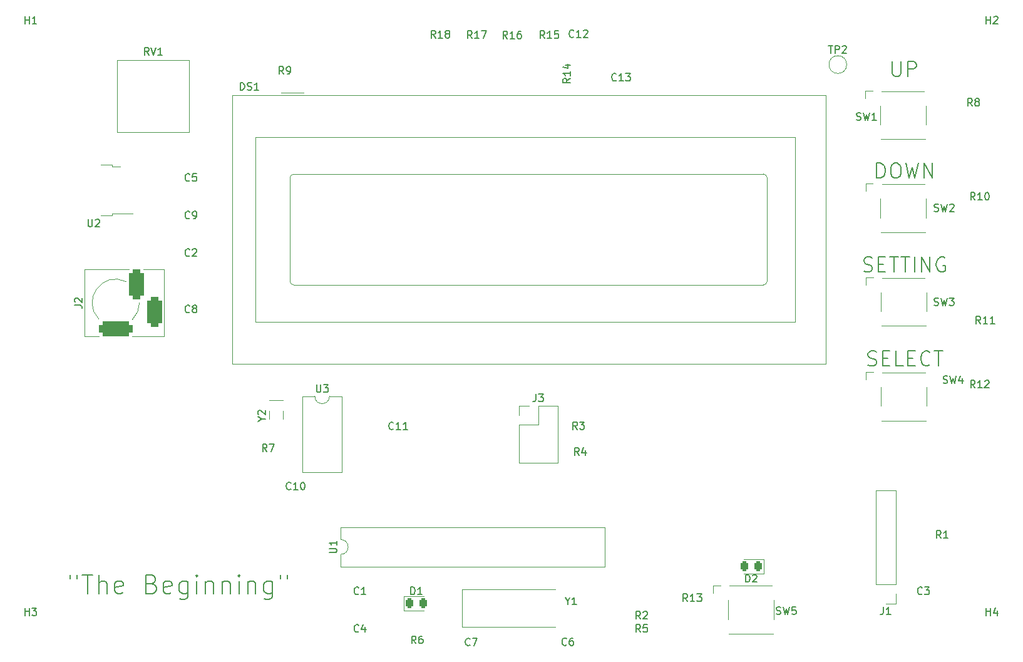
<source format=gbr>
%TF.GenerationSoftware,KiCad,Pcbnew,(6.0.5)*%
%TF.CreationDate,2022-07-21T20:49:42-04:00*%
%TF.ProjectId,Kyamaries-HPS-Clock,4b79616d-6172-4696-9573-2d4850532d43,rev?*%
%TF.SameCoordinates,PX4cdb1d4PY8a63396*%
%TF.FileFunction,Legend,Top*%
%TF.FilePolarity,Positive*%
%FSLAX46Y46*%
G04 Gerber Fmt 4.6, Leading zero omitted, Abs format (unit mm)*
G04 Created by KiCad (PCBNEW (6.0.5)) date 2022-07-21 20:49:42*
%MOMM*%
%LPD*%
G01*
G04 APERTURE LIST*
G04 Aperture macros list*
%AMRoundRect*
0 Rectangle with rounded corners*
0 $1 Rounding radius*
0 $2 $3 $4 $5 $6 $7 $8 $9 X,Y pos of 4 corners*
0 Add a 4 corners polygon primitive as box body*
4,1,4,$2,$3,$4,$5,$6,$7,$8,$9,$2,$3,0*
0 Add four circle primitives for the rounded corners*
1,1,$1+$1,$2,$3*
1,1,$1+$1,$4,$5*
1,1,$1+$1,$6,$7*
1,1,$1+$1,$8,$9*
0 Add four rect primitives between the rounded corners*
20,1,$1+$1,$2,$3,$4,$5,0*
20,1,$1+$1,$4,$5,$6,$7,0*
20,1,$1+$1,$6,$7,$8,$9,0*
20,1,$1+$1,$8,$9,$2,$3,0*%
G04 Aperture macros list end*
%ADD10C,0.150000*%
%ADD11C,0.120000*%
%ADD12C,3.200000*%
%ADD13C,1.440000*%
%ADD14R,1.150000X1.400000*%
%ADD15C,2.000000*%
%ADD16R,1.600000X1.400000*%
%ADD17C,3.000000*%
%ADD18R,1.800000X2.600000*%
%ADD19O,1.800000X2.600000*%
%ADD20R,1.700000X1.700000*%
%ADD21O,1.700000X1.700000*%
%ADD22RoundRect,0.500000X1.750000X0.500000X-1.750000X0.500000X-1.750000X-0.500000X1.750000X-0.500000X0*%
%ADD23RoundRect,0.500000X0.500000X-1.500000X0.500000X1.500000X-0.500000X1.500000X-0.500000X-1.500000X0*%
%ADD24RoundRect,0.243750X0.243750X0.456250X-0.243750X0.456250X-0.243750X-0.456250X0.243750X-0.456250X0*%
%ADD25R,1.600000X1.600000*%
%ADD26O,1.600000X1.600000*%
%ADD27R,1.400000X1.150000*%
%ADD28RoundRect,0.243750X-0.243750X-0.456250X0.243750X-0.456250X0.243750X0.456250X-0.243750X0.456250X0*%
%ADD29R,2.200000X1.200000*%
%ADD30R,6.400000X5.800000*%
%ADD31R,1.800000X1.000000*%
%ADD32R,4.500000X2.000000*%
%ADD33R,3.000000X3.000000*%
G04 APERTURE END LIST*
D10*
X117086922Y55400387D02*
X117372636Y55305149D01*
X117848827Y55305149D01*
X118039303Y55400387D01*
X118134541Y55495625D01*
X118229779Y55686101D01*
X118229779Y55876577D01*
X118134541Y56067053D01*
X118039303Y56162291D01*
X117848827Y56257530D01*
X117467874Y56352768D01*
X117277398Y56448006D01*
X117182160Y56543244D01*
X117086922Y56733720D01*
X117086922Y56924196D01*
X117182160Y57114672D01*
X117277398Y57209910D01*
X117467874Y57305149D01*
X117944065Y57305149D01*
X118229779Y57209910D01*
X119086922Y56352768D02*
X119753589Y56352768D01*
X120039303Y55305149D02*
X119086922Y55305149D01*
X119086922Y57305149D01*
X120039303Y57305149D01*
X120610732Y57305149D02*
X121753589Y57305149D01*
X121182160Y55305149D02*
X121182160Y57305149D01*
X122134541Y57305149D02*
X123277398Y57305149D01*
X122705970Y55305149D02*
X122705970Y57305149D01*
X123944065Y55305149D02*
X123944065Y57305149D01*
X124896446Y55305149D02*
X124896446Y57305149D01*
X126039303Y55305149D01*
X126039303Y57305149D01*
X128039303Y57209910D02*
X127848827Y57305149D01*
X127563112Y57305149D01*
X127277398Y57209910D01*
X127086922Y57019434D01*
X126991684Y56828958D01*
X126896446Y56448006D01*
X126896446Y56162291D01*
X126991684Y55781339D01*
X127086922Y55590863D01*
X127277398Y55400387D01*
X127563112Y55305149D01*
X127753589Y55305149D01*
X128039303Y55400387D01*
X128134541Y55495625D01*
X128134541Y56162291D01*
X127753589Y56162291D01*
X120953334Y83753960D02*
X120953334Y82134912D01*
X121048572Y81944436D01*
X121143810Y81849198D01*
X121334286Y81753960D01*
X121715239Y81753960D01*
X121905715Y81849198D01*
X122000953Y81944436D01*
X122096191Y82134912D01*
X122096191Y83753960D01*
X123048572Y81753960D02*
X123048572Y83753960D01*
X123810477Y83753960D01*
X124000953Y83658721D01*
X124096191Y83563483D01*
X124191429Y83373007D01*
X124191429Y83087293D01*
X124096191Y82896817D01*
X124000953Y82801579D01*
X123810477Y82706341D01*
X123048572Y82706341D01*
X9738022Y14327104D02*
X9738022Y13850914D01*
X10690403Y14327104D02*
X10690403Y13850914D01*
X11404688Y14327104D02*
X12833260Y14327104D01*
X12118974Y11827104D02*
X12118974Y14327104D01*
X13666593Y11827104D02*
X13666593Y14327104D01*
X14738022Y11827104D02*
X14738022Y13136628D01*
X14618974Y13374723D01*
X14380879Y13493771D01*
X14023736Y13493771D01*
X13785641Y13374723D01*
X13666593Y13255676D01*
X16880879Y11946152D02*
X16642783Y11827104D01*
X16166593Y11827104D01*
X15928498Y11946152D01*
X15809450Y12184247D01*
X15809450Y13136628D01*
X15928498Y13374723D01*
X16166593Y13493771D01*
X16642783Y13493771D01*
X16880879Y13374723D01*
X16999926Y13136628D01*
X16999926Y12898533D01*
X15809450Y12660437D01*
X20809450Y13136628D02*
X21166593Y13017580D01*
X21285641Y12898533D01*
X21404688Y12660437D01*
X21404688Y12303295D01*
X21285641Y12065199D01*
X21166593Y11946152D01*
X20928498Y11827104D01*
X19976117Y11827104D01*
X19976117Y14327104D01*
X20809450Y14327104D01*
X21047545Y14208056D01*
X21166593Y14089009D01*
X21285641Y13850914D01*
X21285641Y13612818D01*
X21166593Y13374723D01*
X21047545Y13255676D01*
X20809450Y13136628D01*
X19976117Y13136628D01*
X23428498Y11946152D02*
X23190403Y11827104D01*
X22714212Y11827104D01*
X22476117Y11946152D01*
X22357069Y12184247D01*
X22357069Y13136628D01*
X22476117Y13374723D01*
X22714212Y13493771D01*
X23190403Y13493771D01*
X23428498Y13374723D01*
X23547545Y13136628D01*
X23547545Y12898533D01*
X22357069Y12660437D01*
X25690403Y13493771D02*
X25690403Y11469961D01*
X25571355Y11231866D01*
X25452307Y11112818D01*
X25214212Y10993771D01*
X24857069Y10993771D01*
X24618974Y11112818D01*
X25690403Y11946152D02*
X25452307Y11827104D01*
X24976117Y11827104D01*
X24738022Y11946152D01*
X24618974Y12065199D01*
X24499926Y12303295D01*
X24499926Y13017580D01*
X24618974Y13255676D01*
X24738022Y13374723D01*
X24976117Y13493771D01*
X25452307Y13493771D01*
X25690403Y13374723D01*
X26880879Y11827104D02*
X26880879Y13493771D01*
X26880879Y14327104D02*
X26761831Y14208056D01*
X26880879Y14089009D01*
X26999926Y14208056D01*
X26880879Y14327104D01*
X26880879Y14089009D01*
X28071355Y13493771D02*
X28071355Y11827104D01*
X28071355Y13255676D02*
X28190403Y13374723D01*
X28428498Y13493771D01*
X28785641Y13493771D01*
X29023736Y13374723D01*
X29142783Y13136628D01*
X29142783Y11827104D01*
X30333260Y13493771D02*
X30333260Y11827104D01*
X30333260Y13255676D02*
X30452307Y13374723D01*
X30690403Y13493771D01*
X31047545Y13493771D01*
X31285641Y13374723D01*
X31404688Y13136628D01*
X31404688Y11827104D01*
X32595164Y11827104D02*
X32595164Y13493771D01*
X32595164Y14327104D02*
X32476117Y14208056D01*
X32595164Y14089009D01*
X32714212Y14208056D01*
X32595164Y14327104D01*
X32595164Y14089009D01*
X33785641Y13493771D02*
X33785641Y11827104D01*
X33785641Y13255676D02*
X33904688Y13374723D01*
X34142783Y13493771D01*
X34499926Y13493771D01*
X34738022Y13374723D01*
X34857069Y13136628D01*
X34857069Y11827104D01*
X37118974Y13493771D02*
X37118974Y11469961D01*
X36999926Y11231866D01*
X36880879Y11112818D01*
X36642783Y10993771D01*
X36285641Y10993771D01*
X36047545Y11112818D01*
X37118974Y11946152D02*
X36880879Y11827104D01*
X36404688Y11827104D01*
X36166593Y11946152D01*
X36047545Y12065199D01*
X35928498Y12303295D01*
X35928498Y13017580D01*
X36047545Y13255676D01*
X36166593Y13374723D01*
X36404688Y13493771D01*
X36880879Y13493771D01*
X37118974Y13374723D01*
X38190403Y14327104D02*
X38190403Y13850914D01*
X39142783Y14327104D02*
X39142783Y13850914D01*
X117658351Y42700387D02*
X117944065Y42605149D01*
X118420255Y42605149D01*
X118610732Y42700387D01*
X118705970Y42795625D01*
X118801208Y42986101D01*
X118801208Y43176577D01*
X118705970Y43367053D01*
X118610732Y43462291D01*
X118420255Y43557530D01*
X118039303Y43652768D01*
X117848827Y43748006D01*
X117753589Y43843244D01*
X117658351Y44033720D01*
X117658351Y44224196D01*
X117753589Y44414672D01*
X117848827Y44509910D01*
X118039303Y44605149D01*
X118515493Y44605149D01*
X118801208Y44509910D01*
X119658351Y43652768D02*
X120325017Y43652768D01*
X120610732Y42605149D02*
X119658351Y42605149D01*
X119658351Y44605149D01*
X120610732Y44605149D01*
X122420255Y42605149D02*
X121467874Y42605149D01*
X121467874Y44605149D01*
X123086922Y43652768D02*
X123753589Y43652768D01*
X124039303Y42605149D02*
X123086922Y42605149D01*
X123086922Y44605149D01*
X124039303Y44605149D01*
X126039303Y42795625D02*
X125944065Y42700387D01*
X125658351Y42605149D01*
X125467874Y42605149D01*
X125182160Y42700387D01*
X124991684Y42890863D01*
X124896446Y43081339D01*
X124801208Y43462291D01*
X124801208Y43748006D01*
X124896446Y44128958D01*
X124991684Y44319434D01*
X125182160Y44509910D01*
X125467874Y44605149D01*
X125658351Y44605149D01*
X125944065Y44509910D01*
X126039303Y44414672D01*
X126610732Y44605149D02*
X127753589Y44605149D01*
X127182160Y42605149D02*
X127182160Y44605149D01*
X118848827Y68005149D02*
X118848827Y70005149D01*
X119325017Y70005149D01*
X119610732Y69909910D01*
X119801208Y69719434D01*
X119896446Y69528958D01*
X119991684Y69148006D01*
X119991684Y68862291D01*
X119896446Y68481339D01*
X119801208Y68290863D01*
X119610732Y68100387D01*
X119325017Y68005149D01*
X118848827Y68005149D01*
X121229779Y70005149D02*
X121610732Y70005149D01*
X121801208Y69909910D01*
X121991684Y69719434D01*
X122086922Y69338482D01*
X122086922Y68671815D01*
X121991684Y68290863D01*
X121801208Y68100387D01*
X121610732Y68005149D01*
X121229779Y68005149D01*
X121039303Y68100387D01*
X120848827Y68290863D01*
X120753589Y68671815D01*
X120753589Y69338482D01*
X120848827Y69719434D01*
X121039303Y69909910D01*
X121229779Y70005149D01*
X122753589Y70005149D02*
X123229779Y68005149D01*
X123610732Y69433720D01*
X123991684Y68005149D01*
X124467874Y70005149D01*
X125229779Y68005149D02*
X125229779Y70005149D01*
X126372636Y68005149D01*
X126372636Y70005149D01*
%TO.C,H4*%
X133648827Y8857530D02*
X133648827Y9857530D01*
X133648827Y9381339D02*
X134220255Y9381339D01*
X134220255Y8857530D02*
X134220255Y9857530D01*
X135125017Y9524196D02*
X135125017Y8857530D01*
X134886922Y9905149D02*
X134648827Y9190863D01*
X135267874Y9190863D01*
%TO.C,RV1*%
X20400493Y84632530D02*
X20067160Y85108720D01*
X19829065Y84632530D02*
X19829065Y85632530D01*
X20210017Y85632530D01*
X20305255Y85584910D01*
X20352874Y85537291D01*
X20400493Y85442053D01*
X20400493Y85299196D01*
X20352874Y85203958D01*
X20305255Y85156339D01*
X20210017Y85108720D01*
X19829065Y85108720D01*
X20686208Y85632530D02*
X21019541Y84632530D01*
X21352874Y85632530D01*
X22210017Y84632530D02*
X21638589Y84632530D01*
X21924303Y84632530D02*
X21924303Y85632530D01*
X21829065Y85489672D01*
X21733827Y85394434D01*
X21638589Y85346815D01*
%TO.C,R13*%
X93262047Y10759076D02*
X92928714Y11235266D01*
X92690619Y10759076D02*
X92690619Y11759076D01*
X93071571Y11759076D01*
X93166809Y11711456D01*
X93214428Y11663837D01*
X93262047Y11568599D01*
X93262047Y11425742D01*
X93214428Y11330504D01*
X93166809Y11282885D01*
X93071571Y11235266D01*
X92690619Y11235266D01*
X94214428Y10759076D02*
X93643000Y10759076D01*
X93928714Y10759076D02*
X93928714Y11759076D01*
X93833476Y11616218D01*
X93738238Y11520980D01*
X93643000Y11473361D01*
X94547762Y11759076D02*
X95166809Y11759076D01*
X94833476Y11378123D01*
X94976333Y11378123D01*
X95071571Y11330504D01*
X95119190Y11282885D01*
X95166809Y11187647D01*
X95166809Y10949552D01*
X95119190Y10854314D01*
X95071571Y10806695D01*
X94976333Y10759076D01*
X94690619Y10759076D01*
X94595381Y10806695D01*
X94547762Y10854314D01*
%TO.C,C9*%
X25924065Y62582768D02*
X25876446Y62535149D01*
X25733589Y62487530D01*
X25638351Y62487530D01*
X25495493Y62535149D01*
X25400255Y62630387D01*
X25352636Y62725625D01*
X25305017Y62916101D01*
X25305017Y63058958D01*
X25352636Y63249434D01*
X25400255Y63344672D01*
X25495493Y63439910D01*
X25638351Y63487530D01*
X25733589Y63487530D01*
X25876446Y63439910D01*
X25924065Y63392291D01*
X26400255Y62487530D02*
X26590732Y62487530D01*
X26685970Y62535149D01*
X26733589Y62582768D01*
X26828827Y62725625D01*
X26876446Y62916101D01*
X26876446Y63297053D01*
X26828827Y63392291D01*
X26781208Y63439910D01*
X26685970Y63487530D01*
X26495493Y63487530D01*
X26400255Y63439910D01*
X26352636Y63392291D01*
X26305017Y63297053D01*
X26305017Y63058958D01*
X26352636Y62963720D01*
X26400255Y62916101D01*
X26495493Y62868482D01*
X26685970Y62868482D01*
X26781208Y62916101D01*
X26828827Y62963720D01*
X26876446Y63058958D01*
%TO.C,R15*%
X73925659Y86872030D02*
X73592326Y87348220D01*
X73354231Y86872030D02*
X73354231Y87872030D01*
X73735183Y87872030D01*
X73830421Y87824410D01*
X73878040Y87776791D01*
X73925659Y87681553D01*
X73925659Y87538696D01*
X73878040Y87443458D01*
X73830421Y87395839D01*
X73735183Y87348220D01*
X73354231Y87348220D01*
X74878040Y86872030D02*
X74306612Y86872030D01*
X74592326Y86872030D02*
X74592326Y87872030D01*
X74497088Y87729172D01*
X74401850Y87633934D01*
X74306612Y87586315D01*
X75782802Y87872030D02*
X75306612Y87872030D01*
X75258993Y87395839D01*
X75306612Y87443458D01*
X75401850Y87491077D01*
X75639945Y87491077D01*
X75735183Y87443458D01*
X75782802Y87395839D01*
X75830421Y87300601D01*
X75830421Y87062506D01*
X75782802Y86967268D01*
X75735183Y86919649D01*
X75639945Y86872030D01*
X75401850Y86872030D01*
X75306612Y86919649D01*
X75258993Y86967268D01*
%TO.C,TP2*%
X112316835Y85875263D02*
X112888263Y85875263D01*
X112602549Y84875263D02*
X112602549Y85875263D01*
X113221597Y84875263D02*
X113221597Y85875263D01*
X113602549Y85875263D01*
X113697787Y85827643D01*
X113745406Y85780024D01*
X113793025Y85684786D01*
X113793025Y85541929D01*
X113745406Y85446691D01*
X113697787Y85399072D01*
X113602549Y85351453D01*
X113221597Y85351453D01*
X114173978Y85780024D02*
X114221597Y85827643D01*
X114316835Y85875263D01*
X114554930Y85875263D01*
X114650168Y85827643D01*
X114697787Y85780024D01*
X114745406Y85684786D01*
X114745406Y85589548D01*
X114697787Y85446691D01*
X114126359Y84875263D01*
X114745406Y84875263D01*
%TO.C,C1*%
X48784065Y11782768D02*
X48736446Y11735149D01*
X48593589Y11687530D01*
X48498351Y11687530D01*
X48355493Y11735149D01*
X48260255Y11830387D01*
X48212636Y11925625D01*
X48165017Y12116101D01*
X48165017Y12258958D01*
X48212636Y12449434D01*
X48260255Y12544672D01*
X48355493Y12639910D01*
X48498351Y12687530D01*
X48593589Y12687530D01*
X48736446Y12639910D01*
X48784065Y12592291D01*
X49736446Y11687530D02*
X49165017Y11687530D01*
X49450732Y11687530D02*
X49450732Y12687530D01*
X49355493Y12544672D01*
X49260255Y12449434D01*
X49165017Y12401815D01*
%TO.C,R18*%
X59173544Y86929342D02*
X58840211Y87405532D01*
X58602116Y86929342D02*
X58602116Y87929342D01*
X58983068Y87929342D01*
X59078306Y87881722D01*
X59125925Y87834103D01*
X59173544Y87738865D01*
X59173544Y87596008D01*
X59125925Y87500770D01*
X59078306Y87453151D01*
X58983068Y87405532D01*
X58602116Y87405532D01*
X60125925Y86929342D02*
X59554497Y86929342D01*
X59840211Y86929342D02*
X59840211Y87929342D01*
X59744973Y87786484D01*
X59649735Y87691246D01*
X59554497Y87643627D01*
X60697354Y87500770D02*
X60602116Y87548389D01*
X60554497Y87596008D01*
X60506878Y87691246D01*
X60506878Y87738865D01*
X60554497Y87834103D01*
X60602116Y87881722D01*
X60697354Y87929342D01*
X60887830Y87929342D01*
X60983068Y87881722D01*
X61030687Y87834103D01*
X61078306Y87738865D01*
X61078306Y87691246D01*
X61030687Y87596008D01*
X60983068Y87548389D01*
X60887830Y87500770D01*
X60697354Y87500770D01*
X60602116Y87453151D01*
X60554497Y87405532D01*
X60506878Y87310294D01*
X60506878Y87119818D01*
X60554497Y87024580D01*
X60602116Y86976961D01*
X60697354Y86929342D01*
X60887830Y86929342D01*
X60983068Y86976961D01*
X61030687Y87024580D01*
X61078306Y87119818D01*
X61078306Y87310294D01*
X61030687Y87405532D01*
X60983068Y87453151D01*
X60887830Y87500770D01*
%TO.C,SW4*%
X127842856Y40286837D02*
X127985713Y40239218D01*
X128223809Y40239218D01*
X128319047Y40286837D01*
X128366666Y40334456D01*
X128414285Y40429694D01*
X128414285Y40524932D01*
X128366666Y40620170D01*
X128319047Y40667789D01*
X128223809Y40715408D01*
X128033332Y40763027D01*
X127938094Y40810646D01*
X127890475Y40858265D01*
X127842856Y40953503D01*
X127842856Y41048741D01*
X127890475Y41143979D01*
X127938094Y41191598D01*
X128033332Y41239218D01*
X128271428Y41239218D01*
X128414285Y41191598D01*
X128747618Y41239218D02*
X128985713Y40239218D01*
X129176190Y40953503D01*
X129366666Y40239218D01*
X129604761Y41239218D01*
X130414285Y40905884D02*
X130414285Y40239218D01*
X130176190Y41286837D02*
X129938094Y40572551D01*
X130557142Y40572551D01*
%TO.C,DS1*%
X32776446Y79887530D02*
X32776446Y80887530D01*
X33014541Y80887530D01*
X33157398Y80839910D01*
X33252636Y80744672D01*
X33300255Y80649434D01*
X33347874Y80458958D01*
X33347874Y80316101D01*
X33300255Y80125625D01*
X33252636Y80030387D01*
X33157398Y79935149D01*
X33014541Y79887530D01*
X32776446Y79887530D01*
X33728827Y79935149D02*
X33871684Y79887530D01*
X34109779Y79887530D01*
X34205017Y79935149D01*
X34252636Y79982768D01*
X34300255Y80078006D01*
X34300255Y80173244D01*
X34252636Y80268482D01*
X34205017Y80316101D01*
X34109779Y80363720D01*
X33919303Y80411339D01*
X33824065Y80458958D01*
X33776446Y80506577D01*
X33728827Y80601815D01*
X33728827Y80697053D01*
X33776446Y80792291D01*
X33824065Y80839910D01*
X33919303Y80887530D01*
X34157398Y80887530D01*
X34300255Y80839910D01*
X35252636Y79887530D02*
X34681208Y79887530D01*
X34966922Y79887530D02*
X34966922Y80887530D01*
X34871684Y80744672D01*
X34776446Y80649434D01*
X34681208Y80601815D01*
%TO.C,C3*%
X124984065Y11782768D02*
X124936446Y11735149D01*
X124793589Y11687530D01*
X124698351Y11687530D01*
X124555493Y11735149D01*
X124460255Y11830387D01*
X124412636Y11925625D01*
X124365017Y12116101D01*
X124365017Y12258958D01*
X124412636Y12449434D01*
X124460255Y12544672D01*
X124555493Y12639910D01*
X124698351Y12687530D01*
X124793589Y12687530D01*
X124936446Y12639910D01*
X124984065Y12592291D01*
X125317398Y12687530D02*
X125936446Y12687530D01*
X125603112Y12306577D01*
X125745970Y12306577D01*
X125841208Y12258958D01*
X125888827Y12211339D01*
X125936446Y12116101D01*
X125936446Y11878006D01*
X125888827Y11782768D01*
X125841208Y11735149D01*
X125745970Y11687530D01*
X125460255Y11687530D01*
X125365017Y11735149D01*
X125317398Y11782768D01*
%TO.C,J1*%
X119737398Y9977530D02*
X119737398Y9263244D01*
X119689779Y9120387D01*
X119594541Y9025149D01*
X119451684Y8977530D01*
X119356446Y8977530D01*
X120737398Y8977530D02*
X120165970Y8977530D01*
X120451684Y8977530D02*
X120451684Y9977530D01*
X120356446Y9834672D01*
X120261208Y9739434D01*
X120165970Y9691815D01*
%TO.C,J3*%
X72747398Y38767530D02*
X72747398Y38053244D01*
X72699779Y37910387D01*
X72604541Y37815149D01*
X72461684Y37767530D01*
X72366446Y37767530D01*
X73128351Y38767530D02*
X73747398Y38767530D01*
X73414065Y38386577D01*
X73556922Y38386577D01*
X73652160Y38338958D01*
X73699779Y38291339D01*
X73747398Y38196101D01*
X73747398Y37958006D01*
X73699779Y37862768D01*
X73652160Y37815149D01*
X73556922Y37767530D01*
X73271208Y37767530D01*
X73175970Y37815149D01*
X73128351Y37862768D01*
%TO.C,R6*%
X56520074Y5077256D02*
X56186741Y5553446D01*
X55948645Y5077256D02*
X55948645Y6077256D01*
X56329598Y6077256D01*
X56424836Y6029636D01*
X56472455Y5982017D01*
X56520074Y5886779D01*
X56520074Y5743922D01*
X56472455Y5648684D01*
X56424836Y5601065D01*
X56329598Y5553446D01*
X55948645Y5553446D01*
X57377217Y6077256D02*
X57186741Y6077256D01*
X57091502Y6029636D01*
X57043883Y5982017D01*
X56948645Y5839160D01*
X56901026Y5648684D01*
X56901026Y5267732D01*
X56948645Y5172494D01*
X56996264Y5124875D01*
X57091502Y5077256D01*
X57281979Y5077256D01*
X57377217Y5124875D01*
X57424836Y5172494D01*
X57472455Y5267732D01*
X57472455Y5505827D01*
X57424836Y5601065D01*
X57377217Y5648684D01*
X57281979Y5696303D01*
X57091502Y5696303D01*
X56996264Y5648684D01*
X56948645Y5601065D01*
X56901026Y5505827D01*
%TO.C,SW2*%
X126628552Y63527600D02*
X126771409Y63479981D01*
X127009505Y63479981D01*
X127104743Y63527600D01*
X127152362Y63575219D01*
X127199981Y63670457D01*
X127199981Y63765695D01*
X127152362Y63860933D01*
X127104743Y63908552D01*
X127009505Y63956171D01*
X126819028Y64003790D01*
X126723790Y64051409D01*
X126676171Y64099028D01*
X126628552Y64194266D01*
X126628552Y64289504D01*
X126676171Y64384742D01*
X126723790Y64432361D01*
X126819028Y64479981D01*
X127057124Y64479981D01*
X127199981Y64432361D01*
X127533314Y64479981D02*
X127771409Y63479981D01*
X127961886Y64194266D01*
X128152362Y63479981D01*
X128390457Y64479981D01*
X128723790Y64384742D02*
X128771409Y64432361D01*
X128866647Y64479981D01*
X129104743Y64479981D01*
X129199981Y64432361D01*
X129247600Y64384742D01*
X129295219Y64289504D01*
X129295219Y64194266D01*
X129247600Y64051409D01*
X128676171Y63479981D01*
X129295219Y63479981D01*
%TO.C,R11*%
X132879627Y48293062D02*
X132546294Y48769252D01*
X132308199Y48293062D02*
X132308199Y49293062D01*
X132689151Y49293062D01*
X132784389Y49245442D01*
X132832008Y49197823D01*
X132879627Y49102585D01*
X132879627Y48959728D01*
X132832008Y48864490D01*
X132784389Y48816871D01*
X132689151Y48769252D01*
X132308199Y48769252D01*
X133832008Y48293062D02*
X133260580Y48293062D01*
X133546294Y48293062D02*
X133546294Y49293062D01*
X133451056Y49150204D01*
X133355818Y49054966D01*
X133260580Y49007347D01*
X134784389Y48293062D02*
X134212961Y48293062D01*
X134498675Y48293062D02*
X134498675Y49293062D01*
X134403437Y49150204D01*
X134308199Y49054966D01*
X134212961Y49007347D01*
%TO.C,SW3*%
X126602762Y50809373D02*
X126745619Y50761754D01*
X126983715Y50761754D01*
X127078953Y50809373D01*
X127126572Y50856992D01*
X127174191Y50952230D01*
X127174191Y51047468D01*
X127126572Y51142706D01*
X127078953Y51190325D01*
X126983715Y51237944D01*
X126793238Y51285563D01*
X126698000Y51333182D01*
X126650381Y51380801D01*
X126602762Y51476039D01*
X126602762Y51571277D01*
X126650381Y51666515D01*
X126698000Y51714134D01*
X126793238Y51761754D01*
X127031334Y51761754D01*
X127174191Y51714134D01*
X127507524Y51761754D02*
X127745619Y50761754D01*
X127936096Y51476039D01*
X128126572Y50761754D01*
X128364667Y51761754D01*
X128650381Y51761754D02*
X129269429Y51761754D01*
X128936096Y51380801D01*
X129078953Y51380801D01*
X129174191Y51333182D01*
X129221810Y51285563D01*
X129269429Y51190325D01*
X129269429Y50952230D01*
X129221810Y50856992D01*
X129174191Y50809373D01*
X129078953Y50761754D01*
X128793238Y50761754D01*
X128698000Y50809373D01*
X128650381Y50856992D01*
%TO.C,C12*%
X77870881Y87099036D02*
X77823262Y87051417D01*
X77680405Y87003798D01*
X77585167Y87003798D01*
X77442310Y87051417D01*
X77347072Y87146655D01*
X77299453Y87241893D01*
X77251834Y87432369D01*
X77251834Y87575226D01*
X77299453Y87765702D01*
X77347072Y87860940D01*
X77442310Y87956178D01*
X77585167Y88003798D01*
X77680405Y88003798D01*
X77823262Y87956178D01*
X77870881Y87908559D01*
X78823262Y87003798D02*
X78251834Y87003798D01*
X78537548Y87003798D02*
X78537548Y88003798D01*
X78442310Y87860940D01*
X78347072Y87765702D01*
X78251834Y87718083D01*
X79204215Y87908559D02*
X79251834Y87956178D01*
X79347072Y88003798D01*
X79585167Y88003798D01*
X79680405Y87956178D01*
X79728024Y87908559D01*
X79775643Y87813321D01*
X79775643Y87718083D01*
X79728024Y87575226D01*
X79156596Y87003798D01*
X79775643Y87003798D01*
%TO.C,H2*%
X133648827Y88857530D02*
X133648827Y89857530D01*
X133648827Y89381339D02*
X134220255Y89381339D01*
X134220255Y88857530D02*
X134220255Y89857530D01*
X134648827Y89762291D02*
X134696446Y89809910D01*
X134791684Y89857530D01*
X135029779Y89857530D01*
X135125017Y89809910D01*
X135172636Y89762291D01*
X135220255Y89667053D01*
X135220255Y89571815D01*
X135172636Y89428958D01*
X134601208Y88857530D01*
X135220255Y88857530D01*
%TO.C,J2*%
X10383112Y50796577D02*
X11097398Y50796577D01*
X11240255Y50748958D01*
X11335493Y50653720D01*
X11383112Y50510863D01*
X11383112Y50415625D01*
X10478351Y51225149D02*
X10430732Y51272768D01*
X10383112Y51368006D01*
X10383112Y51606101D01*
X10430732Y51701339D01*
X10478351Y51748958D01*
X10573589Y51796577D01*
X10668827Y51796577D01*
X10811684Y51748958D01*
X11383112Y51177530D01*
X11383112Y51796577D01*
%TO.C,R8*%
X131754065Y77727530D02*
X131420732Y78203720D01*
X131182636Y77727530D02*
X131182636Y78727530D01*
X131563589Y78727530D01*
X131658827Y78679910D01*
X131706446Y78632291D01*
X131754065Y78537053D01*
X131754065Y78394196D01*
X131706446Y78298958D01*
X131658827Y78251339D01*
X131563589Y78203720D01*
X131182636Y78203720D01*
X132325493Y78298958D02*
X132230255Y78346577D01*
X132182636Y78394196D01*
X132135017Y78489434D01*
X132135017Y78537053D01*
X132182636Y78632291D01*
X132230255Y78679910D01*
X132325493Y78727530D01*
X132515970Y78727530D01*
X132611208Y78679910D01*
X132658827Y78632291D01*
X132706446Y78537053D01*
X132706446Y78489434D01*
X132658827Y78394196D01*
X132611208Y78346577D01*
X132515970Y78298958D01*
X132325493Y78298958D01*
X132230255Y78251339D01*
X132182636Y78203720D01*
X132135017Y78108482D01*
X132135017Y77918006D01*
X132182636Y77822768D01*
X132230255Y77775149D01*
X132325493Y77727530D01*
X132515970Y77727530D01*
X132611208Y77775149D01*
X132658827Y77822768D01*
X132706446Y77918006D01*
X132706446Y78108482D01*
X132658827Y78203720D01*
X132611208Y78251339D01*
X132515970Y78298958D01*
%TO.C,R2*%
X86884065Y8387530D02*
X86550732Y8863720D01*
X86312636Y8387530D02*
X86312636Y9387530D01*
X86693589Y9387530D01*
X86788827Y9339910D01*
X86836446Y9292291D01*
X86884065Y9197053D01*
X86884065Y9054196D01*
X86836446Y8958958D01*
X86788827Y8911339D01*
X86693589Y8863720D01*
X86312636Y8863720D01*
X87265017Y9292291D02*
X87312636Y9339910D01*
X87407874Y9387530D01*
X87645970Y9387530D01*
X87741208Y9339910D01*
X87788827Y9292291D01*
X87836446Y9197053D01*
X87836446Y9101815D01*
X87788827Y8958958D01*
X87217398Y8387530D01*
X87836446Y8387530D01*
%TO.C,H3*%
X3648827Y8857530D02*
X3648827Y9857530D01*
X3648827Y9381339D02*
X4220255Y9381339D01*
X4220255Y8857530D02*
X4220255Y9857530D01*
X4601208Y9857530D02*
X5220255Y9857530D01*
X4886922Y9476577D01*
X5029779Y9476577D01*
X5125017Y9428958D01*
X5172636Y9381339D01*
X5220255Y9286101D01*
X5220255Y9048006D01*
X5172636Y8952768D01*
X5125017Y8905149D01*
X5029779Y8857530D01*
X4744065Y8857530D01*
X4648827Y8905149D01*
X4601208Y8952768D01*
%TO.C,D2*%
X101110256Y13373677D02*
X101110256Y14373677D01*
X101348352Y14373677D01*
X101491209Y14326057D01*
X101586447Y14230819D01*
X101634066Y14135581D01*
X101681685Y13945105D01*
X101681685Y13802248D01*
X101634066Y13611772D01*
X101586447Y13516534D01*
X101491209Y13421296D01*
X101348352Y13373677D01*
X101110256Y13373677D01*
X102062637Y14278438D02*
X102110256Y14326057D01*
X102205494Y14373677D01*
X102443590Y14373677D01*
X102538828Y14326057D01*
X102586447Y14278438D01*
X102634066Y14183200D01*
X102634066Y14087962D01*
X102586447Y13945105D01*
X102015018Y13373677D01*
X102634066Y13373677D01*
%TO.C,R17*%
X64115622Y86872030D02*
X63782289Y87348220D01*
X63544194Y86872030D02*
X63544194Y87872030D01*
X63925146Y87872030D01*
X64020384Y87824410D01*
X64068003Y87776791D01*
X64115622Y87681553D01*
X64115622Y87538696D01*
X64068003Y87443458D01*
X64020384Y87395839D01*
X63925146Y87348220D01*
X63544194Y87348220D01*
X65068003Y86872030D02*
X64496575Y86872030D01*
X64782289Y86872030D02*
X64782289Y87872030D01*
X64687051Y87729172D01*
X64591813Y87633934D01*
X64496575Y87586315D01*
X65401337Y87872030D02*
X66068003Y87872030D01*
X65639432Y86872030D01*
%TO.C,U3*%
X43081521Y40043811D02*
X43081521Y39234287D01*
X43129140Y39139049D01*
X43176759Y39091430D01*
X43271997Y39043811D01*
X43462473Y39043811D01*
X43557711Y39091430D01*
X43605330Y39139049D01*
X43652949Y39234287D01*
X43652949Y40043811D01*
X44033902Y40043811D02*
X44652949Y40043811D01*
X44319616Y39662858D01*
X44462473Y39662858D01*
X44557711Y39615239D01*
X44605330Y39567620D01*
X44652949Y39472382D01*
X44652949Y39234287D01*
X44605330Y39139049D01*
X44557711Y39091430D01*
X44462473Y39043811D01*
X44176759Y39043811D01*
X44081521Y39091430D01*
X44033902Y39139049D01*
%TO.C,R14*%
X77415954Y81466745D02*
X76939764Y81133412D01*
X77415954Y80895317D02*
X76415954Y80895317D01*
X76415954Y81276269D01*
X76463574Y81371507D01*
X76511193Y81419126D01*
X76606431Y81466745D01*
X76749288Y81466745D01*
X76844526Y81419126D01*
X76892145Y81371507D01*
X76939764Y81276269D01*
X76939764Y80895317D01*
X77415954Y82419126D02*
X77415954Y81847698D01*
X77415954Y82133412D02*
X76415954Y82133412D01*
X76558812Y82038174D01*
X76654050Y81942936D01*
X76701669Y81847698D01*
X76749288Y83276269D02*
X77415954Y83276269D01*
X76368335Y83038174D02*
X77082621Y82800079D01*
X77082621Y83419126D01*
%TO.C,C6*%
X76896094Y4896032D02*
X76848475Y4848413D01*
X76705618Y4800794D01*
X76610380Y4800794D01*
X76467522Y4848413D01*
X76372284Y4943651D01*
X76324665Y5038889D01*
X76277046Y5229365D01*
X76277046Y5372222D01*
X76324665Y5562698D01*
X76372284Y5657936D01*
X76467522Y5753174D01*
X76610380Y5800794D01*
X76705618Y5800794D01*
X76848475Y5753174D01*
X76896094Y5705555D01*
X77753237Y5800794D02*
X77562761Y5800794D01*
X77467522Y5753174D01*
X77419903Y5705555D01*
X77324665Y5562698D01*
X77277046Y5372222D01*
X77277046Y4991270D01*
X77324665Y4896032D01*
X77372284Y4848413D01*
X77467522Y4800794D01*
X77657999Y4800794D01*
X77753237Y4848413D01*
X77800856Y4896032D01*
X77848475Y4991270D01*
X77848475Y5229365D01*
X77800856Y5324603D01*
X77753237Y5372222D01*
X77657999Y5419841D01*
X77467522Y5419841D01*
X77372284Y5372222D01*
X77324665Y5324603D01*
X77277046Y5229365D01*
%TO.C,C4*%
X48784065Y6702768D02*
X48736446Y6655149D01*
X48593589Y6607530D01*
X48498351Y6607530D01*
X48355493Y6655149D01*
X48260255Y6750387D01*
X48212636Y6845625D01*
X48165017Y7036101D01*
X48165017Y7178958D01*
X48212636Y7369434D01*
X48260255Y7464672D01*
X48355493Y7559910D01*
X48498351Y7607530D01*
X48593589Y7607530D01*
X48736446Y7559910D01*
X48784065Y7512291D01*
X49641208Y7274196D02*
X49641208Y6607530D01*
X49403112Y7655149D02*
X49165017Y6940863D01*
X49784065Y6940863D01*
%TO.C,H1*%
X3648827Y88857530D02*
X3648827Y89857530D01*
X3648827Y89381339D02*
X4220255Y89381339D01*
X4220255Y88857530D02*
X4220255Y89857530D01*
X5220255Y88857530D02*
X4648827Y88857530D01*
X4934541Y88857530D02*
X4934541Y89857530D01*
X4839303Y89714672D01*
X4744065Y89619434D01*
X4648827Y89571815D01*
%TO.C,D1*%
X55832636Y11687530D02*
X55832636Y12687530D01*
X56070732Y12687530D01*
X56213589Y12639910D01*
X56308827Y12544672D01*
X56356446Y12449434D01*
X56404065Y12258958D01*
X56404065Y12116101D01*
X56356446Y11925625D01*
X56308827Y11830387D01*
X56213589Y11735149D01*
X56070732Y11687530D01*
X55832636Y11687530D01*
X57356446Y11687530D02*
X56785017Y11687530D01*
X57070732Y11687530D02*
X57070732Y12687530D01*
X56975493Y12544672D01*
X56880255Y12449434D01*
X56785017Y12401815D01*
%TO.C,C7*%
X63827278Y4866178D02*
X63779659Y4818559D01*
X63636802Y4770940D01*
X63541564Y4770940D01*
X63398706Y4818559D01*
X63303468Y4913797D01*
X63255849Y5009035D01*
X63208230Y5199511D01*
X63208230Y5342368D01*
X63255849Y5532844D01*
X63303468Y5628082D01*
X63398706Y5723320D01*
X63541564Y5770940D01*
X63636802Y5770940D01*
X63779659Y5723320D01*
X63827278Y5675701D01*
X64160611Y5770940D02*
X64827278Y5770940D01*
X64398706Y4770940D01*
%TO.C,C8*%
X25924065Y49882768D02*
X25876446Y49835149D01*
X25733589Y49787530D01*
X25638351Y49787530D01*
X25495493Y49835149D01*
X25400255Y49930387D01*
X25352636Y50025625D01*
X25305017Y50216101D01*
X25305017Y50358958D01*
X25352636Y50549434D01*
X25400255Y50644672D01*
X25495493Y50739910D01*
X25638351Y50787530D01*
X25733589Y50787530D01*
X25876446Y50739910D01*
X25924065Y50692291D01*
X26495493Y50358958D02*
X26400255Y50406577D01*
X26352636Y50454196D01*
X26305017Y50549434D01*
X26305017Y50597053D01*
X26352636Y50692291D01*
X26400255Y50739910D01*
X26495493Y50787530D01*
X26685970Y50787530D01*
X26781208Y50739910D01*
X26828827Y50692291D01*
X26876446Y50597053D01*
X26876446Y50549434D01*
X26828827Y50454196D01*
X26781208Y50406577D01*
X26685970Y50358958D01*
X26495493Y50358958D01*
X26400255Y50311339D01*
X26352636Y50263720D01*
X26305017Y50168482D01*
X26305017Y49978006D01*
X26352636Y49882768D01*
X26400255Y49835149D01*
X26495493Y49787530D01*
X26685970Y49787530D01*
X26781208Y49835149D01*
X26828827Y49882768D01*
X26876446Y49978006D01*
X26876446Y50168482D01*
X26828827Y50263720D01*
X26781208Y50311339D01*
X26685970Y50358958D01*
%TO.C,C13*%
X83612272Y81220095D02*
X83564653Y81172476D01*
X83421796Y81124857D01*
X83326558Y81124857D01*
X83183701Y81172476D01*
X83088463Y81267714D01*
X83040844Y81362952D01*
X82993225Y81553428D01*
X82993225Y81696285D01*
X83040844Y81886761D01*
X83088463Y81981999D01*
X83183701Y82077237D01*
X83326558Y82124857D01*
X83421796Y82124857D01*
X83564653Y82077237D01*
X83612272Y82029618D01*
X84564653Y81124857D02*
X83993225Y81124857D01*
X84278939Y81124857D02*
X84278939Y82124857D01*
X84183701Y81981999D01*
X84088463Y81886761D01*
X83993225Y81839142D01*
X84897987Y82124857D02*
X85517034Y82124857D01*
X85183701Y81743904D01*
X85326558Y81743904D01*
X85421796Y81696285D01*
X85469415Y81648666D01*
X85517034Y81553428D01*
X85517034Y81315333D01*
X85469415Y81220095D01*
X85421796Y81172476D01*
X85326558Y81124857D01*
X85040844Y81124857D01*
X84945606Y81172476D01*
X84897987Y81220095D01*
%TO.C,U1*%
X44813112Y17358006D02*
X45622636Y17358006D01*
X45717874Y17405625D01*
X45765493Y17453244D01*
X45813112Y17548482D01*
X45813112Y17738958D01*
X45765493Y17834196D01*
X45717874Y17881815D01*
X45622636Y17929434D01*
X44813112Y17929434D01*
X45813112Y18929434D02*
X45813112Y18358006D01*
X45813112Y18643720D02*
X44813112Y18643720D01*
X44955970Y18548482D01*
X45051208Y18453244D01*
X45098827Y18358006D01*
%TO.C,SW5*%
X105277647Y9053533D02*
X105420504Y9005914D01*
X105658600Y9005914D01*
X105753838Y9053533D01*
X105801457Y9101152D01*
X105849076Y9196390D01*
X105849076Y9291628D01*
X105801457Y9386866D01*
X105753838Y9434485D01*
X105658600Y9482104D01*
X105468123Y9529723D01*
X105372885Y9577342D01*
X105325266Y9624961D01*
X105277647Y9720199D01*
X105277647Y9815437D01*
X105325266Y9910675D01*
X105372885Y9958294D01*
X105468123Y10005914D01*
X105706219Y10005914D01*
X105849076Y9958294D01*
X106182409Y10005914D02*
X106420504Y9005914D01*
X106610981Y9720199D01*
X106801457Y9005914D01*
X107039552Y10005914D01*
X107896695Y10005914D02*
X107420504Y10005914D01*
X107372885Y9529723D01*
X107420504Y9577342D01*
X107515742Y9624961D01*
X107753838Y9624961D01*
X107849076Y9577342D01*
X107896695Y9529723D01*
X107944314Y9434485D01*
X107944314Y9196390D01*
X107896695Y9101152D01*
X107849076Y9053533D01*
X107753838Y9005914D01*
X107515742Y9005914D01*
X107420504Y9053533D01*
X107372885Y9101152D01*
%TO.C,U2*%
X12188827Y62417530D02*
X12188827Y61608006D01*
X12236446Y61512768D01*
X12284065Y61465149D01*
X12379303Y61417530D01*
X12569779Y61417530D01*
X12665017Y61465149D01*
X12712636Y61512768D01*
X12760255Y61608006D01*
X12760255Y62417530D01*
X13188827Y62322291D02*
X13236446Y62369910D01*
X13331684Y62417530D01*
X13569779Y62417530D01*
X13665017Y62369910D01*
X13712636Y62322291D01*
X13760255Y62227053D01*
X13760255Y62131815D01*
X13712636Y61988958D01*
X13141208Y61417530D01*
X13760255Y61417530D01*
%TO.C,C10*%
X39608253Y25959506D02*
X39560634Y25911887D01*
X39417777Y25864268D01*
X39322539Y25864268D01*
X39179682Y25911887D01*
X39084444Y26007125D01*
X39036825Y26102363D01*
X38989206Y26292839D01*
X38989206Y26435696D01*
X39036825Y26626172D01*
X39084444Y26721410D01*
X39179682Y26816648D01*
X39322539Y26864268D01*
X39417777Y26864268D01*
X39560634Y26816648D01*
X39608253Y26769029D01*
X40560634Y25864268D02*
X39989206Y25864268D01*
X40274920Y25864268D02*
X40274920Y26864268D01*
X40179682Y26721410D01*
X40084444Y26626172D01*
X39989206Y26578553D01*
X41179682Y26864268D02*
X41274920Y26864268D01*
X41370158Y26816648D01*
X41417777Y26769029D01*
X41465396Y26673791D01*
X41513015Y26483315D01*
X41513015Y26245220D01*
X41465396Y26054744D01*
X41417777Y25959506D01*
X41370158Y25911887D01*
X41274920Y25864268D01*
X41179682Y25864268D01*
X41084444Y25911887D01*
X41036825Y25959506D01*
X40989206Y26054744D01*
X40941587Y26245220D01*
X40941587Y26483315D01*
X40989206Y26673791D01*
X41036825Y26769029D01*
X41084444Y26816648D01*
X41179682Y26864268D01*
%TO.C,C2*%
X25924065Y57502768D02*
X25876446Y57455149D01*
X25733589Y57407530D01*
X25638351Y57407530D01*
X25495493Y57455149D01*
X25400255Y57550387D01*
X25352636Y57645625D01*
X25305017Y57836101D01*
X25305017Y57978958D01*
X25352636Y58169434D01*
X25400255Y58264672D01*
X25495493Y58359910D01*
X25638351Y58407530D01*
X25733589Y58407530D01*
X25876446Y58359910D01*
X25924065Y58312291D01*
X26305017Y58312291D02*
X26352636Y58359910D01*
X26447874Y58407530D01*
X26685970Y58407530D01*
X26781208Y58359910D01*
X26828827Y58312291D01*
X26876446Y58217053D01*
X26876446Y58121815D01*
X26828827Y57978958D01*
X26257398Y57407530D01*
X26876446Y57407530D01*
%TO.C,C11*%
X53482969Y34082971D02*
X53435350Y34035352D01*
X53292493Y33987733D01*
X53197255Y33987733D01*
X53054398Y34035352D01*
X52959160Y34130590D01*
X52911541Y34225828D01*
X52863922Y34416304D01*
X52863922Y34559161D01*
X52911541Y34749637D01*
X52959160Y34844875D01*
X53054398Y34940113D01*
X53197255Y34987733D01*
X53292493Y34987733D01*
X53435350Y34940113D01*
X53482969Y34892494D01*
X54435350Y33987733D02*
X53863922Y33987733D01*
X54149636Y33987733D02*
X54149636Y34987733D01*
X54054398Y34844875D01*
X53959160Y34749637D01*
X53863922Y34702018D01*
X55387731Y33987733D02*
X54816303Y33987733D01*
X55102017Y33987733D02*
X55102017Y34987733D01*
X55006779Y34844875D01*
X54911541Y34749637D01*
X54816303Y34702018D01*
%TO.C,R1*%
X127524065Y19307530D02*
X127190732Y19783720D01*
X126952636Y19307530D02*
X126952636Y20307530D01*
X127333589Y20307530D01*
X127428827Y20259910D01*
X127476446Y20212291D01*
X127524065Y20117053D01*
X127524065Y19974196D01*
X127476446Y19878958D01*
X127428827Y19831339D01*
X127333589Y19783720D01*
X126952636Y19783720D01*
X128476446Y19307530D02*
X127905017Y19307530D01*
X128190732Y19307530D02*
X128190732Y20307530D01*
X128095493Y20164672D01*
X128000255Y20069434D01*
X127905017Y20021815D01*
%TO.C,R5*%
X86884065Y6607530D02*
X86550732Y7083720D01*
X86312636Y6607530D02*
X86312636Y7607530D01*
X86693589Y7607530D01*
X86788827Y7559910D01*
X86836446Y7512291D01*
X86884065Y7417053D01*
X86884065Y7274196D01*
X86836446Y7178958D01*
X86788827Y7131339D01*
X86693589Y7083720D01*
X86312636Y7083720D01*
X87788827Y7607530D02*
X87312636Y7607530D01*
X87265017Y7131339D01*
X87312636Y7178958D01*
X87407874Y7226577D01*
X87645970Y7226577D01*
X87741208Y7178958D01*
X87788827Y7131339D01*
X87836446Y7036101D01*
X87836446Y6798006D01*
X87788827Y6702768D01*
X87741208Y6655149D01*
X87645970Y6607530D01*
X87407874Y6607530D01*
X87312636Y6655149D01*
X87265017Y6702768D01*
%TO.C,R3*%
X78352746Y34008156D02*
X78019413Y34484346D01*
X77781317Y34008156D02*
X77781317Y35008156D01*
X78162270Y35008156D01*
X78257508Y34960536D01*
X78305127Y34912917D01*
X78352746Y34817679D01*
X78352746Y34674822D01*
X78305127Y34579584D01*
X78257508Y34531965D01*
X78162270Y34484346D01*
X77781317Y34484346D01*
X78686079Y35008156D02*
X79305127Y35008156D01*
X78971793Y34627203D01*
X79114651Y34627203D01*
X79209889Y34579584D01*
X79257508Y34531965D01*
X79305127Y34436727D01*
X79305127Y34198632D01*
X79257508Y34103394D01*
X79209889Y34055775D01*
X79114651Y34008156D01*
X78828936Y34008156D01*
X78733698Y34055775D01*
X78686079Y34103394D01*
%TO.C,SW1*%
X116105192Y75867246D02*
X116248049Y75819627D01*
X116486145Y75819627D01*
X116581383Y75867246D01*
X116629002Y75914865D01*
X116676621Y76010103D01*
X116676621Y76105341D01*
X116629002Y76200579D01*
X116581383Y76248198D01*
X116486145Y76295817D01*
X116295668Y76343436D01*
X116200430Y76391055D01*
X116152811Y76438674D01*
X116105192Y76533912D01*
X116105192Y76629150D01*
X116152811Y76724388D01*
X116200430Y76772007D01*
X116295668Y76819627D01*
X116533764Y76819627D01*
X116676621Y76772007D01*
X117009954Y76819627D02*
X117248049Y75819627D01*
X117438526Y76533912D01*
X117629002Y75819627D01*
X117867097Y76819627D01*
X118771859Y75819627D02*
X118200430Y75819627D01*
X118486145Y75819627D02*
X118486145Y76819627D01*
X118390906Y76676769D01*
X118295668Y76581531D01*
X118200430Y76533912D01*
%TO.C,R10*%
X132127874Y65027530D02*
X131794541Y65503720D01*
X131556446Y65027530D02*
X131556446Y66027530D01*
X131937398Y66027530D01*
X132032636Y65979910D01*
X132080255Y65932291D01*
X132127874Y65837053D01*
X132127874Y65694196D01*
X132080255Y65598958D01*
X132032636Y65551339D01*
X131937398Y65503720D01*
X131556446Y65503720D01*
X133080255Y65027530D02*
X132508827Y65027530D01*
X132794541Y65027530D02*
X132794541Y66027530D01*
X132699303Y65884672D01*
X132604065Y65789434D01*
X132508827Y65741815D01*
X133699303Y66027530D02*
X133794541Y66027530D01*
X133889779Y65979910D01*
X133937398Y65932291D01*
X133985017Y65837053D01*
X134032636Y65646577D01*
X134032636Y65408482D01*
X133985017Y65218006D01*
X133937398Y65122768D01*
X133889779Y65075149D01*
X133794541Y65027530D01*
X133699303Y65027530D01*
X133604065Y65075149D01*
X133556446Y65122768D01*
X133508827Y65218006D01*
X133461208Y65408482D01*
X133461208Y65646577D01*
X133508827Y65837053D01*
X133556446Y65932291D01*
X133604065Y65979910D01*
X133699303Y66027530D01*
%TO.C,R9*%
X38624065Y82047530D02*
X38290732Y82523720D01*
X38052636Y82047530D02*
X38052636Y83047530D01*
X38433589Y83047530D01*
X38528827Y82999910D01*
X38576446Y82952291D01*
X38624065Y82857053D01*
X38624065Y82714196D01*
X38576446Y82618958D01*
X38528827Y82571339D01*
X38433589Y82523720D01*
X38052636Y82523720D01*
X39100255Y82047530D02*
X39290732Y82047530D01*
X39385970Y82095149D01*
X39433589Y82142768D01*
X39528827Y82285625D01*
X39576446Y82476101D01*
X39576446Y82857053D01*
X39528827Y82952291D01*
X39481208Y82999910D01*
X39385970Y83047530D01*
X39195493Y83047530D01*
X39100255Y82999910D01*
X39052636Y82952291D01*
X39005017Y82857053D01*
X39005017Y82618958D01*
X39052636Y82523720D01*
X39100255Y82476101D01*
X39195493Y82428482D01*
X39385970Y82428482D01*
X39481208Y82476101D01*
X39528827Y82523720D01*
X39576446Y82618958D01*
%TO.C,R16*%
X68893663Y86837643D02*
X68560330Y87313833D01*
X68322235Y86837643D02*
X68322235Y87837643D01*
X68703187Y87837643D01*
X68798425Y87790023D01*
X68846044Y87742404D01*
X68893663Y87647166D01*
X68893663Y87504309D01*
X68846044Y87409071D01*
X68798425Y87361452D01*
X68703187Y87313833D01*
X68322235Y87313833D01*
X69846044Y86837643D02*
X69274616Y86837643D01*
X69560330Y86837643D02*
X69560330Y87837643D01*
X69465092Y87694785D01*
X69369854Y87599547D01*
X69274616Y87551928D01*
X70703187Y87837643D02*
X70512711Y87837643D01*
X70417473Y87790023D01*
X70369854Y87742404D01*
X70274616Y87599547D01*
X70226997Y87409071D01*
X70226997Y87028119D01*
X70274616Y86932881D01*
X70322235Y86885262D01*
X70417473Y86837643D01*
X70607949Y86837643D01*
X70703187Y86885262D01*
X70750806Y86932881D01*
X70798425Y87028119D01*
X70798425Y87266214D01*
X70750806Y87361452D01*
X70703187Y87409071D01*
X70607949Y87456690D01*
X70417473Y87456690D01*
X70322235Y87409071D01*
X70274616Y87361452D01*
X70226997Y87266214D01*
%TO.C,Y2*%
X35662051Y35403891D02*
X36138241Y35403891D01*
X35138241Y35070558D02*
X35662051Y35403891D01*
X35138241Y35737224D01*
X35233480Y36022939D02*
X35185861Y36070558D01*
X35138241Y36165796D01*
X35138241Y36403891D01*
X35185861Y36499129D01*
X35233480Y36546748D01*
X35328718Y36594367D01*
X35423956Y36594367D01*
X35566813Y36546748D01*
X36138241Y35975320D01*
X36138241Y36594367D01*
%TO.C,Y1*%
X77034388Y10794973D02*
X77034388Y10318783D01*
X76701055Y11318783D02*
X77034388Y10794973D01*
X77367721Y11318783D01*
X78224864Y10318783D02*
X77653436Y10318783D01*
X77939150Y10318783D02*
X77939150Y11318783D01*
X77843912Y11175925D01*
X77748674Y11080687D01*
X77653436Y11033068D01*
%TO.C,R7*%
X36372339Y31024897D02*
X36039006Y31501087D01*
X35800910Y31024897D02*
X35800910Y32024897D01*
X36181863Y32024897D01*
X36277101Y31977277D01*
X36324720Y31929658D01*
X36372339Y31834420D01*
X36372339Y31691563D01*
X36324720Y31596325D01*
X36277101Y31548706D01*
X36181863Y31501087D01*
X35800910Y31501087D01*
X36705672Y32024897D02*
X37372339Y32024897D01*
X36943767Y31024897D01*
%TO.C,R4*%
X78583099Y30524568D02*
X78249766Y31000758D01*
X78011670Y30524568D02*
X78011670Y31524568D01*
X78392623Y31524568D01*
X78487861Y31476948D01*
X78535480Y31429329D01*
X78583099Y31334091D01*
X78583099Y31191234D01*
X78535480Y31095996D01*
X78487861Y31048377D01*
X78392623Y31000758D01*
X78011670Y31000758D01*
X79440242Y31191234D02*
X79440242Y30524568D01*
X79202146Y31572187D02*
X78964051Y30857901D01*
X79583099Y30857901D01*
%TO.C,C5*%
X25924065Y67662768D02*
X25876446Y67615149D01*
X25733589Y67567530D01*
X25638351Y67567530D01*
X25495493Y67615149D01*
X25400255Y67710387D01*
X25352636Y67805625D01*
X25305017Y67996101D01*
X25305017Y68138958D01*
X25352636Y68329434D01*
X25400255Y68424672D01*
X25495493Y68519910D01*
X25638351Y68567530D01*
X25733589Y68567530D01*
X25876446Y68519910D01*
X25924065Y68472291D01*
X26828827Y68567530D02*
X26352636Y68567530D01*
X26305017Y68091339D01*
X26352636Y68138958D01*
X26447874Y68186577D01*
X26685970Y68186577D01*
X26781208Y68138958D01*
X26828827Y68091339D01*
X26876446Y67996101D01*
X26876446Y67758006D01*
X26828827Y67662768D01*
X26781208Y67615149D01*
X26685970Y67567530D01*
X26447874Y67567530D01*
X26352636Y67615149D01*
X26305017Y67662768D01*
%TO.C,R12*%
X132127874Y39627530D02*
X131794541Y40103720D01*
X131556446Y39627530D02*
X131556446Y40627530D01*
X131937398Y40627530D01*
X132032636Y40579910D01*
X132080255Y40532291D01*
X132127874Y40437053D01*
X132127874Y40294196D01*
X132080255Y40198958D01*
X132032636Y40151339D01*
X131937398Y40103720D01*
X131556446Y40103720D01*
X133080255Y39627530D02*
X132508827Y39627530D01*
X132794541Y39627530D02*
X132794541Y40627530D01*
X132699303Y40484672D01*
X132604065Y40389434D01*
X132508827Y40341815D01*
X133461208Y40532291D02*
X133508827Y40579910D01*
X133604065Y40627530D01*
X133842160Y40627530D01*
X133937398Y40579910D01*
X133985017Y40532291D01*
X134032636Y40437053D01*
X134032636Y40341815D01*
X133985017Y40198958D01*
X133413589Y39627530D01*
X134032636Y39627530D01*
D11*
%TO.C,RV1*%
X16110732Y83954910D02*
X25880732Y83954910D01*
X16110732Y74184910D02*
X25880732Y74184910D01*
X25880732Y83954910D02*
X25880732Y74184910D01*
X16110732Y83954910D02*
X16110732Y74184910D01*
%TO.C,TP2*%
X114778740Y83329643D02*
G75*
G03*
X114778740Y83329643I-1200000J0D01*
G01*
%TO.C,SW4*%
X117394319Y40751435D02*
X117394319Y41751435D01*
X117394319Y41751435D02*
X118394319Y41751435D01*
X119394319Y39751435D02*
X119394319Y37151435D01*
X125394319Y41701435D02*
X119594319Y41701435D01*
X125594319Y39751435D02*
X125594319Y37151435D01*
X125494319Y35201435D02*
X119494319Y35201435D01*
%TO.C,DS1*%
X39511012Y54030590D02*
X39511012Y68029910D01*
X103511392Y53529910D02*
X40010732Y53529910D01*
X104010732Y68029910D02*
X104010732Y54029910D01*
X38310732Y79529910D02*
X41310732Y79529910D01*
X40010732Y68529910D02*
X103510732Y68529910D01*
X111950732Y42889910D02*
X111950732Y79169910D01*
X31670732Y42889910D02*
X111950732Y42889910D01*
X111950732Y79169910D02*
X32470732Y79169910D01*
X31680732Y79169910D02*
X32470732Y79169910D01*
X34810732Y48529910D02*
X34810732Y73529910D01*
X107810732Y48529910D02*
X34810732Y48529910D01*
X107810732Y73529910D02*
X107810732Y48529910D01*
X31670732Y79169910D02*
X31670732Y42889910D01*
X34810732Y73529910D02*
X107810732Y73529910D01*
X104010732Y68029910D02*
G75*
G03*
X103510732Y68529910I-500000J0D01*
G01*
X40011392Y68531450D02*
G75*
G03*
X39511012Y68031070I0J-500380D01*
G01*
X39511012Y54030590D02*
G75*
G03*
X40011392Y53530210I500380J0D01*
G01*
X103511392Y53530270D02*
G75*
G03*
X104011772Y54030590I40J500340D01*
G01*
%TO.C,J1*%
X121400732Y25789910D02*
X118740732Y25789910D01*
X118740732Y13029910D02*
X118740732Y25789910D01*
X121400732Y13029910D02*
X118740732Y13029910D01*
X121400732Y11759910D02*
X121400732Y10429910D01*
X121400732Y10429910D02*
X120070732Y10429910D01*
X121400732Y13029910D02*
X121400732Y25789910D01*
%TO.C,J3*%
X70480732Y37219910D02*
X71810732Y37219910D01*
X70480732Y34619910D02*
X73080732Y34619910D01*
X70480732Y34619910D02*
X70480732Y29479910D01*
X73080732Y37219910D02*
X75680732Y37219910D01*
X70480732Y29479910D02*
X75680732Y29479910D01*
X73080732Y34619910D02*
X73080732Y37219910D01*
X75680732Y37219910D02*
X75680732Y29479910D01*
X70480732Y35889910D02*
X70480732Y37219910D01*
%TO.C,SW2*%
X119342738Y65232361D02*
X119342738Y62632361D01*
X117342738Y67232361D02*
X118342738Y67232361D01*
X125542738Y65232361D02*
X125542738Y62632361D01*
X125442738Y60682361D02*
X119442738Y60682361D01*
X117342738Y66232361D02*
X117342738Y67232361D01*
X125342738Y67182361D02*
X119542738Y67182361D01*
%TO.C,SW3*%
X125368529Y54493479D02*
X119568529Y54493479D01*
X125568529Y52543479D02*
X125568529Y49943479D01*
X125468529Y47993479D02*
X119468529Y47993479D01*
X117368529Y53543479D02*
X117368529Y54543479D01*
X117368529Y54543479D02*
X118368529Y54543479D01*
X119368529Y52543479D02*
X119368529Y49943479D01*
%TO.C,J2*%
X22430732Y55629910D02*
X19680732Y55629910D01*
X22430732Y46629910D02*
X22430732Y55629910D01*
X11730732Y55629910D02*
X17680732Y55629910D01*
X11730732Y46629910D02*
X11730732Y55629910D01*
X11730732Y46629910D02*
X13680732Y46629910D01*
X22430732Y46629910D02*
X18180732Y46629910D01*
X17314437Y53996155D02*
G75*
G03*
X13630732Y48929910I-1383705J-2866245D01*
G01*
X18193474Y48867168D02*
G75*
G03*
X19130732Y51129910I-2262739J2262740D01*
G01*
%TO.C,D2*%
X100848352Y14516057D02*
X103533352Y14516057D01*
X103533352Y16436057D02*
X100848352Y16436057D01*
X103533352Y14516057D02*
X103533352Y16436057D01*
%TO.C,U3*%
X46493426Y38496191D02*
X44843426Y38496191D01*
X41193426Y38496191D02*
X41193426Y28216191D01*
X46493426Y28216191D02*
X46493426Y38496191D01*
X42843426Y38496191D02*
X41193426Y38496191D01*
X41193426Y28216191D02*
X46493426Y28216191D01*
X42843426Y38496191D02*
G75*
G03*
X44843426Y38496191I1000000J0D01*
G01*
%TO.C,D1*%
X54885732Y9529910D02*
X57570732Y9529910D01*
X57570732Y11449910D02*
X54885732Y11449910D01*
X54885732Y11449910D02*
X54885732Y9529910D01*
%TO.C,U1*%
X82040732Y20769910D02*
X46360732Y20769910D01*
X46360732Y20769910D02*
X46360732Y19119910D01*
X46360732Y15469910D02*
X82040732Y15469910D01*
X82040732Y15469910D02*
X82040732Y20769910D01*
X46360732Y17119910D02*
X46360732Y15469910D01*
X46360732Y17119910D02*
G75*
G03*
X46360732Y19119910I0J1000000D01*
G01*
%TO.C,SW5*%
X96713964Y12913037D02*
X97713964Y12913037D01*
X104813964Y6363037D02*
X98813964Y6363037D01*
X96713964Y11913037D02*
X96713964Y12913037D01*
X104913964Y10913037D02*
X104913964Y8313037D01*
X98713964Y10913037D02*
X98713964Y8313037D01*
X104713964Y12863037D02*
X98913964Y12863037D01*
%TO.C,U2*%
X15420732Y63189910D02*
X18250732Y63189910D01*
X15420732Y69819910D02*
X15420732Y69549910D01*
X13920732Y62919910D02*
X15420732Y62919910D01*
X13920732Y69819910D02*
X15420732Y69819910D01*
X15420732Y69549910D02*
X16520732Y69549910D01*
X15420732Y62919910D02*
X15420732Y63189910D01*
%TO.C,SW1*%
X117278618Y79778330D02*
X118278618Y79778330D01*
X125378618Y73228330D02*
X119378618Y73228330D01*
X117278618Y78778330D02*
X117278618Y79778330D01*
X125478618Y77778330D02*
X125478618Y75178330D01*
X125278618Y79728330D02*
X119478618Y79728330D01*
X119278618Y77778330D02*
X119278618Y75178330D01*
%TO.C,Y2*%
X38573795Y36514547D02*
X38573795Y35414547D01*
X38523795Y37914547D02*
X36723795Y37914547D01*
X36673795Y36514547D02*
X36673795Y35414547D01*
%TO.C,Y1*%
X75370842Y12412204D02*
X62770842Y12412204D01*
X62770842Y7312204D02*
X75370842Y7312204D01*
X62770842Y12412204D02*
X62770842Y7312204D01*
%TD*%
%LPC*%
D12*
%TO.C,H4*%
X134410732Y5109910D03*
%TD*%
D13*
%TO.C,RV1*%
X21010732Y76529910D03*
X23550732Y79069910D03*
X21010732Y81609910D03*
%TD*%
D14*
%TO.C,R13*%
X93054905Y9561456D03*
X94754905Y9561456D03*
%TD*%
%TO.C,C9*%
X25240732Y61289910D03*
X26940732Y61289910D03*
%TD*%
%TO.C,R15*%
X73718517Y85674410D03*
X75418517Y85674410D03*
%TD*%
D15*
%TO.C,TP2*%
X113578740Y83329643D03*
%TD*%
D14*
%TO.C,C1*%
X48100732Y10489910D03*
X49800732Y10489910D03*
%TD*%
%TO.C,R18*%
X58966402Y85731722D03*
X60666402Y85731722D03*
%TD*%
D16*
%TO.C,SW4*%
X118494319Y40701435D03*
X126494319Y40701435D03*
X118494319Y36201435D03*
X126494319Y36201435D03*
%TD*%
D17*
%TO.C,DS1*%
X34311632Y76529910D03*
X109310212Y45529210D03*
X34311632Y45529210D03*
X109310732Y76529910D03*
D18*
X39810732Y76529910D03*
D19*
X42350732Y76529910D03*
X44890732Y76529910D03*
X47430732Y76529910D03*
X49970732Y76529910D03*
X52510732Y76529910D03*
X55050732Y76529910D03*
X57590732Y76529910D03*
X60130732Y76529910D03*
X62670732Y76529910D03*
X65210732Y76529910D03*
X67750732Y76529910D03*
X70290732Y76529910D03*
X72830732Y76529910D03*
X75370732Y76529910D03*
X77910732Y76529910D03*
%TD*%
D14*
%TO.C,C3*%
X124300732Y10489910D03*
X126000732Y10489910D03*
%TD*%
D20*
%TO.C,J1*%
X120070732Y11759910D03*
D21*
X120070732Y14299910D03*
X120070732Y16839910D03*
X120070732Y19379910D03*
X120070732Y21919910D03*
X120070732Y24459910D03*
%TD*%
D20*
%TO.C,J3*%
X71810732Y35889910D03*
D21*
X74350732Y35889910D03*
X71810732Y33349910D03*
X74350732Y33349910D03*
X71810732Y30809910D03*
X74350732Y30809910D03*
%TD*%
D14*
%TO.C,R6*%
X55819948Y7389407D03*
X57519948Y7389407D03*
%TD*%
D16*
%TO.C,SW2*%
X118442738Y66182361D03*
X126442738Y66182361D03*
X118442738Y61682361D03*
X126442738Y61682361D03*
%TD*%
D14*
%TO.C,R11*%
X134372485Y50395442D03*
X132672485Y50395442D03*
%TD*%
D16*
%TO.C,SW3*%
X118468529Y53493479D03*
X126468529Y53493479D03*
X118468529Y48993479D03*
X126468529Y48993479D03*
%TD*%
D14*
%TO.C,C12*%
X79421051Y85722415D03*
X77721051Y85722415D03*
%TD*%
D12*
%TO.C,H2*%
X134410732Y85109910D03*
%TD*%
D22*
%TO.C,J2*%
X15930732Y47629910D03*
D23*
X21230732Y49929910D03*
X18730732Y53629910D03*
%TD*%
D14*
%TO.C,R8*%
X131070732Y76529910D03*
X132770732Y76529910D03*
%TD*%
%TO.C,R2*%
X87900732Y10489910D03*
X86200732Y10489910D03*
%TD*%
D12*
%TO.C,H3*%
X4410732Y5109910D03*
%TD*%
D24*
%TO.C,D2*%
X102785852Y15476057D03*
X100910852Y15476057D03*
%TD*%
D14*
%TO.C,R17*%
X63908480Y85674410D03*
X65608480Y85674410D03*
%TD*%
D25*
%TO.C,U3*%
X40033426Y37166191D03*
D26*
X40033426Y34626191D03*
X40033426Y32086191D03*
X40033426Y29546191D03*
X47653426Y29546191D03*
X47653426Y32086191D03*
X47653426Y34626191D03*
X47653426Y37166191D03*
%TD*%
D27*
%TO.C,R14*%
X75313574Y82959602D03*
X75313574Y81259602D03*
%TD*%
D14*
%TO.C,C6*%
X73500732Y5409910D03*
X75200732Y5409910D03*
%TD*%
%TO.C,C4*%
X48100732Y5409910D03*
X49800732Y5409910D03*
%TD*%
D12*
%TO.C,H1*%
X4410732Y85109910D03*
%TD*%
D28*
%TO.C,D1*%
X55633232Y10489910D03*
X57508232Y10489910D03*
%TD*%
D14*
%TO.C,C7*%
X65880732Y5409910D03*
X67580732Y5409910D03*
%TD*%
%TO.C,C8*%
X25240732Y48589910D03*
X26940732Y48589910D03*
%TD*%
%TO.C,C13*%
X80042188Y81605257D03*
X81742188Y81605257D03*
%TD*%
D25*
%TO.C,U1*%
X47690732Y14309910D03*
D26*
X50230732Y14309910D03*
X52770732Y14309910D03*
X55310732Y14309910D03*
X57850732Y14309910D03*
X60390732Y14309910D03*
X62930732Y14309910D03*
X65470732Y14309910D03*
X68010732Y14309910D03*
X70550732Y14309910D03*
X73090732Y14309910D03*
X75630732Y14309910D03*
X78170732Y14309910D03*
X80710732Y14309910D03*
X80710732Y21929910D03*
X78170732Y21929910D03*
X75630732Y21929910D03*
X73090732Y21929910D03*
X70550732Y21929910D03*
X68010732Y21929910D03*
X65470732Y21929910D03*
X62930732Y21929910D03*
X60390732Y21929910D03*
X57850732Y21929910D03*
X55310732Y21929910D03*
X52770732Y21929910D03*
X50230732Y21929910D03*
X47690732Y21929910D03*
%TD*%
D16*
%TO.C,SW5*%
X97813964Y11863037D03*
X105813964Y11863037D03*
X97813964Y7363037D03*
X105813964Y7363037D03*
%TD*%
D29*
%TO.C,U2*%
X17150732Y64089910D03*
D30*
X10850732Y66369910D03*
D29*
X17150732Y68649910D03*
%TD*%
D14*
%TO.C,C10*%
X36229590Y26414771D03*
X37929590Y26414771D03*
%TD*%
%TO.C,C2*%
X25240732Y56209910D03*
X26940732Y56209910D03*
%TD*%
%TO.C,C11*%
X50045435Y34550493D03*
X51745435Y34550493D03*
%TD*%
%TO.C,R1*%
X126840732Y18109910D03*
X128540732Y18109910D03*
%TD*%
%TO.C,R5*%
X86200732Y5409910D03*
X87900732Y5409910D03*
%TD*%
%TO.C,R3*%
X77669413Y32810536D03*
X79369413Y32810536D03*
%TD*%
D16*
%TO.C,SW1*%
X118378618Y78728330D03*
X126378618Y78728330D03*
X118378618Y74228330D03*
X126378618Y74228330D03*
%TD*%
D14*
%TO.C,R10*%
X131920732Y63829910D03*
X133620732Y63829910D03*
%TD*%
%TO.C,R9*%
X39640732Y84149910D03*
X37940732Y84149910D03*
%TD*%
%TO.C,R16*%
X68686521Y85640023D03*
X70386521Y85640023D03*
%TD*%
D31*
%TO.C,Y2*%
X37623795Y37214547D03*
X37623795Y34714547D03*
%TD*%
D32*
%TO.C,Y1*%
X65220842Y9862204D03*
X73720842Y9862204D03*
%TD*%
D14*
%TO.C,R7*%
X36105570Y29614491D03*
X37805570Y29614491D03*
%TD*%
%TO.C,R4*%
X77899766Y29326948D03*
X79599766Y29326948D03*
%TD*%
%TO.C,C5*%
X25240732Y66369910D03*
X26940732Y66369910D03*
%TD*%
%TO.C,R12*%
X131920732Y38429910D03*
X133620732Y38429910D03*
%TD*%
D15*
%TO.C,TP1*%
X48950732Y18109910D03*
%TD*%
%TO.C,TP3*%
X54507499Y70693392D03*
%TD*%
%TO.C,TP4*%
X57885331Y70624617D03*
%TD*%
%TO.C,TP6*%
X68910377Y70082663D03*
%TD*%
%TO.C,TP5*%
X61735622Y70830941D03*
%TD*%
D33*
%TO.C,BT1*%
X6857046Y25729926D03*
D17*
X27347046Y25729926D03*
%TD*%
M02*

</source>
